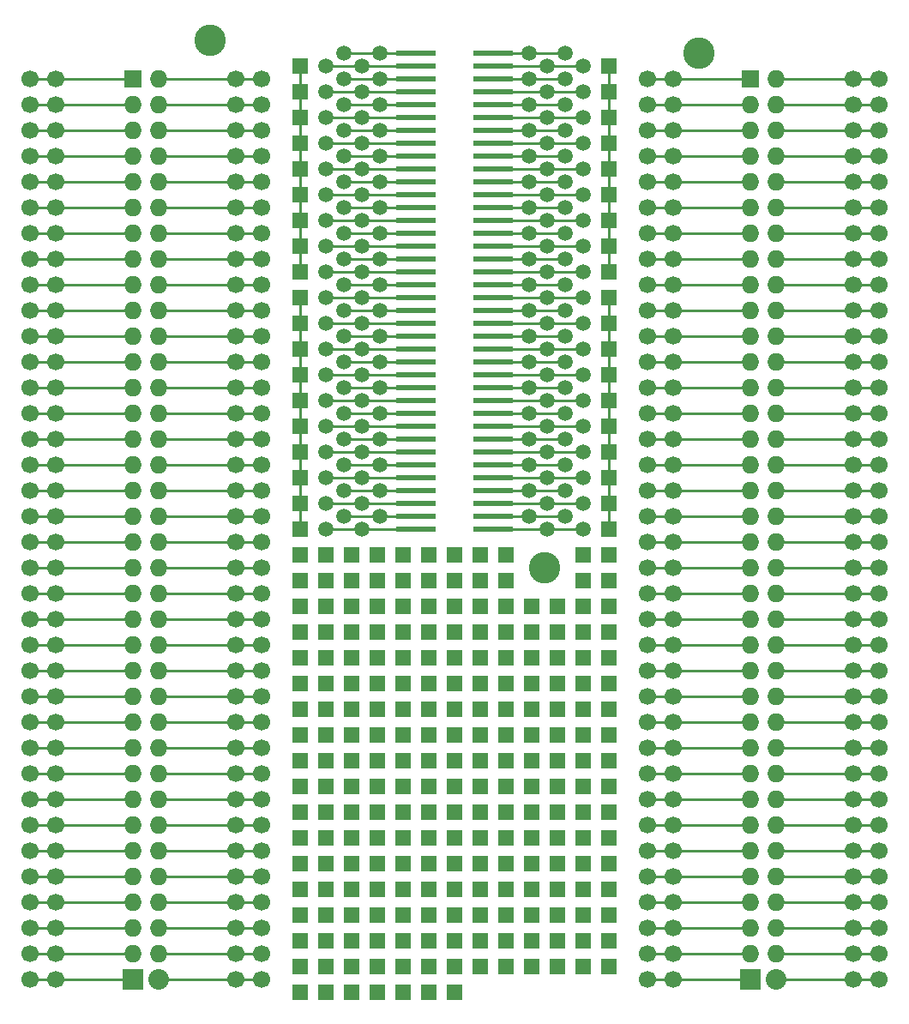
<source format=gtl>
G04 #@! TF.FileFunction,Copper,L1,Top,Signal*
%FSLAX46Y46*%
G04 Gerber Fmt 4.6, Leading zero omitted, Abs format (unit mm)*
G04 Created by KiCad (PCBNEW 4.0.0-2.201512062335+6193~38~ubuntu15.10.1-stable) date ti 19. tammikuuta 2016 16.11.54*
%MOMM*%
G01*
G04 APERTURE LIST*
%ADD10C,0.100000*%
%ADD11R,2.032000X2.032000*%
%ADD12O,2.032000X2.032000*%
%ADD13R,1.500000X1.500000*%
%ADD14R,4.000000X0.600000*%
%ADD15C,1.500000*%
%ADD16C,3.100000*%
%ADD17R,1.727200X1.727200*%
%ADD18O,1.727200X1.727200*%
%ADD19C,1.700000*%
%ADD20C,0.254000*%
G04 APERTURE END LIST*
D10*
D11*
X176784000Y-139192000D03*
D12*
X179324000Y-139192000D03*
D11*
X115824000Y-139192000D03*
D12*
X118364000Y-139192000D03*
D13*
X162814000Y-89662000D03*
X162814000Y-94742000D03*
X162814000Y-92202000D03*
X162814000Y-82042000D03*
X162814000Y-87122000D03*
X162814000Y-84582000D03*
X162814000Y-74422000D03*
X162814000Y-79502000D03*
X162814000Y-76962000D03*
X162814000Y-66802000D03*
X162814000Y-71882000D03*
X162814000Y-69342000D03*
X162814000Y-59182000D03*
X162814000Y-64262000D03*
X162814000Y-61722000D03*
X162814000Y-51562000D03*
X162814000Y-56642000D03*
X162814000Y-54102000D03*
X162814000Y-49022000D03*
X132334000Y-49022000D03*
X132334000Y-51562000D03*
X132334000Y-56642000D03*
X132334000Y-54102000D03*
X132334000Y-59182000D03*
X132334000Y-64262000D03*
X132334000Y-61722000D03*
X132334000Y-66802000D03*
X132334000Y-71882000D03*
X132334000Y-69342000D03*
X132334000Y-74422000D03*
X132334000Y-79502000D03*
X132334000Y-76962000D03*
X132334000Y-82042000D03*
X132334000Y-87122000D03*
X132334000Y-84582000D03*
X132334000Y-89662000D03*
X132334000Y-94742000D03*
X132334000Y-92202000D03*
X160274000Y-97282000D03*
X160274000Y-99822000D03*
X162814000Y-135382000D03*
X162814000Y-137922000D03*
X162814000Y-127762000D03*
X162814000Y-132842000D03*
X162814000Y-130302000D03*
X162814000Y-120142000D03*
X162814000Y-125222000D03*
X162814000Y-122682000D03*
X162814000Y-112522000D03*
X162814000Y-117602000D03*
X162814000Y-115062000D03*
X162814000Y-104902000D03*
X162814000Y-109982000D03*
X162814000Y-107442000D03*
X162814000Y-97282000D03*
X162814000Y-102362000D03*
X162814000Y-99822000D03*
X132334000Y-135382000D03*
X134874000Y-135382000D03*
X137414000Y-135382000D03*
X137414000Y-137922000D03*
X137414000Y-140462000D03*
X134874000Y-140462000D03*
X132334000Y-140462000D03*
X132334000Y-137922000D03*
X134874000Y-137922000D03*
X132334000Y-127762000D03*
X134874000Y-127762000D03*
X137414000Y-127762000D03*
X137414000Y-130302000D03*
X137414000Y-132842000D03*
X134874000Y-132842000D03*
X132334000Y-132842000D03*
X132334000Y-130302000D03*
X134874000Y-130302000D03*
X132334000Y-120142000D03*
X134874000Y-120142000D03*
X137414000Y-120142000D03*
X137414000Y-122682000D03*
X137414000Y-125222000D03*
X134874000Y-125222000D03*
X132334000Y-125222000D03*
X132334000Y-122682000D03*
X134874000Y-122682000D03*
X132334000Y-112522000D03*
X134874000Y-112522000D03*
X137414000Y-112522000D03*
X137414000Y-115062000D03*
X137414000Y-117602000D03*
X134874000Y-117602000D03*
X132334000Y-117602000D03*
X132334000Y-115062000D03*
X134874000Y-115062000D03*
X139954000Y-135382000D03*
X142494000Y-135382000D03*
X145034000Y-135382000D03*
X145034000Y-137922000D03*
X145034000Y-140462000D03*
X142494000Y-140462000D03*
X139954000Y-140462000D03*
X139954000Y-137922000D03*
X142494000Y-137922000D03*
X139954000Y-127762000D03*
X142494000Y-127762000D03*
X145034000Y-127762000D03*
X145034000Y-130302000D03*
X145034000Y-132842000D03*
X142494000Y-132842000D03*
X139954000Y-132842000D03*
X139954000Y-130302000D03*
X142494000Y-130302000D03*
X139954000Y-120142000D03*
X142494000Y-120142000D03*
X145034000Y-120142000D03*
X145034000Y-122682000D03*
X145034000Y-125222000D03*
X142494000Y-125222000D03*
X139954000Y-125222000D03*
X139954000Y-122682000D03*
X142494000Y-122682000D03*
X139954000Y-112522000D03*
X142494000Y-112522000D03*
X145034000Y-112522000D03*
X145034000Y-115062000D03*
X145034000Y-117602000D03*
X142494000Y-117602000D03*
X139954000Y-117602000D03*
X139954000Y-115062000D03*
X142494000Y-115062000D03*
X147574000Y-135382000D03*
X150114000Y-135382000D03*
X152654000Y-135382000D03*
X152654000Y-137922000D03*
X147574000Y-140462000D03*
X147574000Y-137922000D03*
X150114000Y-137922000D03*
X147574000Y-127762000D03*
X150114000Y-127762000D03*
X152654000Y-127762000D03*
X152654000Y-130302000D03*
X152654000Y-132842000D03*
X150114000Y-132842000D03*
X147574000Y-132842000D03*
X147574000Y-130302000D03*
X150114000Y-130302000D03*
X147574000Y-120142000D03*
X150114000Y-120142000D03*
X152654000Y-120142000D03*
X152654000Y-122682000D03*
X152654000Y-125222000D03*
X150114000Y-125222000D03*
X147574000Y-125222000D03*
X147574000Y-122682000D03*
X150114000Y-122682000D03*
X147574000Y-112522000D03*
X150114000Y-112522000D03*
X152654000Y-112522000D03*
X152654000Y-115062000D03*
X152654000Y-117602000D03*
X150114000Y-117602000D03*
X147574000Y-117602000D03*
X147574000Y-115062000D03*
X150114000Y-115062000D03*
X155194000Y-132842000D03*
X157734000Y-132842000D03*
X160274000Y-132842000D03*
X160274000Y-135382000D03*
X160274000Y-137922000D03*
X157734000Y-137922000D03*
X155194000Y-137922000D03*
X155194000Y-135382000D03*
X157734000Y-135382000D03*
X155194000Y-125222000D03*
X157734000Y-125222000D03*
X160274000Y-125222000D03*
X160274000Y-127762000D03*
X160274000Y-130302000D03*
X157734000Y-130302000D03*
X155194000Y-130302000D03*
X155194000Y-127762000D03*
X157734000Y-127762000D03*
X155194000Y-117602000D03*
X157734000Y-117602000D03*
X160274000Y-117602000D03*
X160274000Y-120142000D03*
X160274000Y-122682000D03*
X157734000Y-122682000D03*
X155194000Y-122682000D03*
X155194000Y-120142000D03*
X157734000Y-120142000D03*
X155194000Y-109982000D03*
X157734000Y-109982000D03*
X160274000Y-109982000D03*
X160274000Y-112522000D03*
X160274000Y-115062000D03*
X157734000Y-115062000D03*
X155194000Y-115062000D03*
X155194000Y-112522000D03*
X157734000Y-112522000D03*
X155194000Y-102362000D03*
X157734000Y-102362000D03*
X160274000Y-102362000D03*
X160274000Y-104902000D03*
X160274000Y-107442000D03*
X157734000Y-107442000D03*
X155194000Y-107442000D03*
X155194000Y-104902000D03*
X157734000Y-104902000D03*
X147574000Y-104902000D03*
X150114000Y-104902000D03*
X152654000Y-104902000D03*
X152654000Y-107442000D03*
X152654000Y-109982000D03*
X150114000Y-109982000D03*
X147574000Y-109982000D03*
X147574000Y-107442000D03*
X150114000Y-107442000D03*
X139954000Y-104902000D03*
X142494000Y-104902000D03*
X145034000Y-104902000D03*
X145034000Y-107442000D03*
X145034000Y-109982000D03*
X142494000Y-109982000D03*
X139954000Y-109982000D03*
X139954000Y-107442000D03*
X142494000Y-107442000D03*
X132334000Y-104902000D03*
X134874000Y-104902000D03*
X137414000Y-104902000D03*
X137414000Y-107442000D03*
X137414000Y-109982000D03*
X134874000Y-109982000D03*
X132334000Y-109982000D03*
X132334000Y-107442000D03*
X134874000Y-107442000D03*
X132334000Y-97282000D03*
X134874000Y-97282000D03*
X137414000Y-97282000D03*
X137414000Y-99822000D03*
X137414000Y-102362000D03*
X134874000Y-102362000D03*
X132334000Y-102362000D03*
X132334000Y-99822000D03*
X134874000Y-99822000D03*
X139954000Y-97282000D03*
X142494000Y-97282000D03*
X145034000Y-97282000D03*
X145034000Y-99822000D03*
X145034000Y-102362000D03*
X142494000Y-102362000D03*
X139954000Y-102362000D03*
X139954000Y-99822000D03*
X142494000Y-99822000D03*
D14*
X143764000Y-93472000D03*
X151384000Y-93472000D03*
X143764000Y-94742000D03*
X151384000Y-94742000D03*
D15*
X140208000Y-93472000D03*
X136652000Y-93472000D03*
X138430000Y-94742000D03*
X134874000Y-94742000D03*
X156718000Y-94742000D03*
X160274000Y-94742000D03*
X154940000Y-93472000D03*
X158496000Y-93472000D03*
D14*
X143764000Y-90932000D03*
X151384000Y-90932000D03*
X143764000Y-92202000D03*
X151384000Y-92202000D03*
D15*
X140208000Y-90932000D03*
X136652000Y-90932000D03*
X138430000Y-92202000D03*
X134874000Y-92202000D03*
X156718000Y-92202000D03*
X160274000Y-92202000D03*
X154940000Y-90932000D03*
X158496000Y-90932000D03*
D14*
X143764000Y-88392000D03*
X151384000Y-88392000D03*
X143764000Y-89662000D03*
X151384000Y-89662000D03*
D15*
X140208000Y-88392000D03*
X136652000Y-88392000D03*
X138430000Y-89662000D03*
X134874000Y-89662000D03*
X156718000Y-89662000D03*
X160274000Y-89662000D03*
X154940000Y-88392000D03*
X158496000Y-88392000D03*
D14*
X143764000Y-85852000D03*
X151384000Y-85852000D03*
X143764000Y-87122000D03*
X151384000Y-87122000D03*
D15*
X140208000Y-85852000D03*
X136652000Y-85852000D03*
X138430000Y-87122000D03*
X134874000Y-87122000D03*
X156718000Y-87122000D03*
X160274000Y-87122000D03*
X154940000Y-85852000D03*
X158496000Y-85852000D03*
D14*
X143764000Y-83312000D03*
X151384000Y-83312000D03*
X143764000Y-84582000D03*
X151384000Y-84582000D03*
D15*
X140208000Y-83312000D03*
X136652000Y-83312000D03*
X138430000Y-84582000D03*
X134874000Y-84582000D03*
X156718000Y-84582000D03*
X160274000Y-84582000D03*
X154940000Y-83312000D03*
X158496000Y-83312000D03*
D14*
X143764000Y-80772000D03*
X151384000Y-80772000D03*
X143764000Y-82042000D03*
X151384000Y-82042000D03*
D15*
X140208000Y-80772000D03*
X136652000Y-80772000D03*
X138430000Y-82042000D03*
X134874000Y-82042000D03*
X156718000Y-82042000D03*
X160274000Y-82042000D03*
X154940000Y-80772000D03*
X158496000Y-80772000D03*
D14*
X143764000Y-78232000D03*
X151384000Y-78232000D03*
X143764000Y-79502000D03*
X151384000Y-79502000D03*
D15*
X140208000Y-78232000D03*
X136652000Y-78232000D03*
X138430000Y-79502000D03*
X134874000Y-79502000D03*
X156718000Y-79502000D03*
X160274000Y-79502000D03*
X154940000Y-78232000D03*
X158496000Y-78232000D03*
D14*
X143764000Y-75692000D03*
X151384000Y-75692000D03*
X143764000Y-76962000D03*
X151384000Y-76962000D03*
D15*
X140208000Y-75692000D03*
X136652000Y-75692000D03*
X138430000Y-76962000D03*
X134874000Y-76962000D03*
X156718000Y-76962000D03*
X160274000Y-76962000D03*
X154940000Y-75692000D03*
X158496000Y-75692000D03*
D14*
X143764000Y-73152000D03*
X151384000Y-73152000D03*
X143764000Y-74422000D03*
X151384000Y-74422000D03*
D15*
X140208000Y-73152000D03*
X136652000Y-73152000D03*
X138430000Y-74422000D03*
X134874000Y-74422000D03*
X156718000Y-74422000D03*
X160274000Y-74422000D03*
X154940000Y-73152000D03*
X158496000Y-73152000D03*
D14*
X143764000Y-70612000D03*
X151384000Y-70612000D03*
X143764000Y-71882000D03*
X151384000Y-71882000D03*
D15*
X140208000Y-70612000D03*
X136652000Y-70612000D03*
X138430000Y-71882000D03*
X134874000Y-71882000D03*
X156718000Y-71882000D03*
X160274000Y-71882000D03*
X154940000Y-70612000D03*
X158496000Y-70612000D03*
D14*
X143764000Y-68072000D03*
X151384000Y-68072000D03*
X143764000Y-69342000D03*
X151384000Y-69342000D03*
D15*
X140208000Y-68072000D03*
X136652000Y-68072000D03*
X138430000Y-69342000D03*
X134874000Y-69342000D03*
X156718000Y-69342000D03*
X160274000Y-69342000D03*
X154940000Y-68072000D03*
X158496000Y-68072000D03*
D14*
X143764000Y-65532000D03*
X151384000Y-65532000D03*
X143764000Y-66802000D03*
X151384000Y-66802000D03*
D15*
X140208000Y-65532000D03*
X136652000Y-65532000D03*
X138430000Y-66802000D03*
X134874000Y-66802000D03*
X156718000Y-66802000D03*
X160274000Y-66802000D03*
X154940000Y-65532000D03*
X158496000Y-65532000D03*
D14*
X143764000Y-62992000D03*
X151384000Y-62992000D03*
X143764000Y-64262000D03*
X151384000Y-64262000D03*
D15*
X140208000Y-62992000D03*
X136652000Y-62992000D03*
X138430000Y-64262000D03*
X134874000Y-64262000D03*
X156718000Y-64262000D03*
X160274000Y-64262000D03*
X154940000Y-62992000D03*
X158496000Y-62992000D03*
D14*
X143764000Y-60452000D03*
X151384000Y-60452000D03*
X143764000Y-61722000D03*
X151384000Y-61722000D03*
D15*
X140208000Y-60452000D03*
X136652000Y-60452000D03*
X138430000Y-61722000D03*
X134874000Y-61722000D03*
X156718000Y-61722000D03*
X160274000Y-61722000D03*
X154940000Y-60452000D03*
X158496000Y-60452000D03*
D14*
X143764000Y-57912000D03*
X151384000Y-57912000D03*
X143764000Y-59182000D03*
X151384000Y-59182000D03*
D15*
X140208000Y-57912000D03*
X136652000Y-57912000D03*
X138430000Y-59182000D03*
X134874000Y-59182000D03*
X156718000Y-59182000D03*
X160274000Y-59182000D03*
X154940000Y-57912000D03*
X158496000Y-57912000D03*
D14*
X143764000Y-55372000D03*
X151384000Y-55372000D03*
X143764000Y-56642000D03*
X151384000Y-56642000D03*
D15*
X140208000Y-55372000D03*
X136652000Y-55372000D03*
X138430000Y-56642000D03*
X134874000Y-56642000D03*
X156718000Y-56642000D03*
X160274000Y-56642000D03*
X154940000Y-55372000D03*
X158496000Y-55372000D03*
D14*
X143764000Y-52832000D03*
X151384000Y-52832000D03*
X143764000Y-54102000D03*
X151384000Y-54102000D03*
D15*
X140208000Y-52832000D03*
X136652000Y-52832000D03*
X138430000Y-54102000D03*
X134874000Y-54102000D03*
X156718000Y-54102000D03*
X160274000Y-54102000D03*
X154940000Y-52832000D03*
X158496000Y-52832000D03*
D14*
X143764000Y-50292000D03*
X151384000Y-50292000D03*
X143764000Y-51562000D03*
X151384000Y-51562000D03*
D15*
X140208000Y-50292000D03*
X136652000Y-50292000D03*
X138430000Y-51562000D03*
X134874000Y-51562000D03*
X156718000Y-51562000D03*
X160274000Y-51562000D03*
X154940000Y-50292000D03*
X158496000Y-50292000D03*
D16*
X156464000Y-98552000D03*
X123444000Y-46482000D03*
D17*
X115824000Y-50292000D03*
D18*
X118364000Y-50292000D03*
X115824000Y-52832000D03*
X118364000Y-52832000D03*
X115824000Y-55372000D03*
X118364000Y-55372000D03*
X115824000Y-57912000D03*
X118364000Y-57912000D03*
X115824000Y-60452000D03*
X118364000Y-60452000D03*
X115824000Y-62992000D03*
X118364000Y-62992000D03*
X115824000Y-65532000D03*
X118364000Y-65532000D03*
X115824000Y-68072000D03*
X118364000Y-68072000D03*
X115824000Y-70612000D03*
X118364000Y-70612000D03*
X115824000Y-73152000D03*
X118364000Y-73152000D03*
X115824000Y-75692000D03*
X118364000Y-75692000D03*
X115824000Y-78232000D03*
X118364000Y-78232000D03*
X115824000Y-80772000D03*
X118364000Y-80772000D03*
X115824000Y-83312000D03*
X118364000Y-83312000D03*
X115824000Y-85852000D03*
X118364000Y-85852000D03*
X115824000Y-88392000D03*
X118364000Y-88392000D03*
X115824000Y-90932000D03*
X118364000Y-90932000D03*
X115824000Y-93472000D03*
X118364000Y-93472000D03*
X115824000Y-96012000D03*
X118364000Y-96012000D03*
X115824000Y-98552000D03*
X118364000Y-98552000D03*
X115824000Y-101092000D03*
X118364000Y-101092000D03*
X115824000Y-103632000D03*
X118364000Y-103632000D03*
X115824000Y-106172000D03*
X118364000Y-106172000D03*
X115824000Y-108712000D03*
X118364000Y-108712000D03*
X115824000Y-111252000D03*
X118364000Y-111252000D03*
X115824000Y-113792000D03*
X118364000Y-113792000D03*
X115824000Y-116332000D03*
X118364000Y-116332000D03*
X115824000Y-118872000D03*
X118364000Y-118872000D03*
X115824000Y-121412000D03*
X118364000Y-121412000D03*
X115824000Y-123952000D03*
X118364000Y-123952000D03*
X115824000Y-126492000D03*
X118364000Y-126492000D03*
X115824000Y-129032000D03*
X118364000Y-129032000D03*
X115824000Y-131572000D03*
X118364000Y-131572000D03*
X115824000Y-134112000D03*
X118364000Y-134112000D03*
X115824000Y-136652000D03*
X118364000Y-136652000D03*
D17*
X176784000Y-50292000D03*
D18*
X179324000Y-50292000D03*
X176784000Y-52832000D03*
X179324000Y-52832000D03*
X176784000Y-55372000D03*
X179324000Y-55372000D03*
X176784000Y-57912000D03*
X179324000Y-57912000D03*
X176784000Y-60452000D03*
X179324000Y-60452000D03*
X176784000Y-62992000D03*
X179324000Y-62992000D03*
X176784000Y-65532000D03*
X179324000Y-65532000D03*
X176784000Y-68072000D03*
X179324000Y-68072000D03*
X176784000Y-70612000D03*
X179324000Y-70612000D03*
X176784000Y-73152000D03*
X179324000Y-73152000D03*
X176784000Y-75692000D03*
X179324000Y-75692000D03*
X176784000Y-78232000D03*
X179324000Y-78232000D03*
X176784000Y-80772000D03*
X179324000Y-80772000D03*
X176784000Y-83312000D03*
X179324000Y-83312000D03*
X176784000Y-85852000D03*
X179324000Y-85852000D03*
X176784000Y-88392000D03*
X179324000Y-88392000D03*
X176784000Y-90932000D03*
X179324000Y-90932000D03*
X176784000Y-93472000D03*
X179324000Y-93472000D03*
X176784000Y-96012000D03*
X179324000Y-96012000D03*
X176784000Y-98552000D03*
X179324000Y-98552000D03*
X176784000Y-101092000D03*
X179324000Y-101092000D03*
X176784000Y-103632000D03*
X179324000Y-103632000D03*
X176784000Y-106172000D03*
X179324000Y-106172000D03*
X176784000Y-108712000D03*
X179324000Y-108712000D03*
X176784000Y-111252000D03*
X179324000Y-111252000D03*
X176784000Y-113792000D03*
X179324000Y-113792000D03*
X176784000Y-116332000D03*
X179324000Y-116332000D03*
X176784000Y-118872000D03*
X179324000Y-118872000D03*
X176784000Y-121412000D03*
X179324000Y-121412000D03*
X176784000Y-123952000D03*
X179324000Y-123952000D03*
X176784000Y-126492000D03*
X179324000Y-126492000D03*
X176784000Y-129032000D03*
X179324000Y-129032000D03*
X176784000Y-131572000D03*
X179324000Y-131572000D03*
X176784000Y-134112000D03*
X179324000Y-134112000D03*
X176784000Y-136652000D03*
X179324000Y-136652000D03*
D19*
X105664000Y-50292000D03*
X108204000Y-50292000D03*
X105664000Y-52832000D03*
X108204000Y-52832000D03*
X105664000Y-55372000D03*
X108204000Y-55372000D03*
X105664000Y-57912000D03*
X108204000Y-57912000D03*
X105664000Y-60452000D03*
X108204000Y-60452000D03*
X105664000Y-62992000D03*
X108204000Y-62992000D03*
X105664000Y-65532000D03*
X108204000Y-65532000D03*
X105664000Y-68072000D03*
X108204000Y-68072000D03*
X105664000Y-70612000D03*
X108204000Y-70612000D03*
X105664000Y-73152000D03*
X108204000Y-73152000D03*
X105664000Y-75692000D03*
X108204000Y-75692000D03*
X105664000Y-78232000D03*
X108204000Y-78232000D03*
X105664000Y-80772000D03*
X108204000Y-80772000D03*
X105664000Y-83312000D03*
X108204000Y-83312000D03*
X105664000Y-85852000D03*
X108204000Y-85852000D03*
X105664000Y-88392000D03*
X108204000Y-88392000D03*
X105664000Y-90932000D03*
X108204000Y-90932000D03*
X105664000Y-93472000D03*
X108204000Y-93472000D03*
X105664000Y-96012000D03*
X108204000Y-96012000D03*
X105664000Y-98552000D03*
X108204000Y-98552000D03*
X105664000Y-101092000D03*
X108204000Y-101092000D03*
X105664000Y-103632000D03*
X108204000Y-103632000D03*
X105664000Y-106172000D03*
X108204000Y-106172000D03*
X105664000Y-108712000D03*
X108204000Y-108712000D03*
X105664000Y-111252000D03*
X108204000Y-111252000D03*
X105664000Y-113792000D03*
X108204000Y-113792000D03*
X105664000Y-116332000D03*
X108204000Y-116332000D03*
X105664000Y-118872000D03*
X108204000Y-118872000D03*
X105664000Y-121412000D03*
X108204000Y-121412000D03*
X105664000Y-123952000D03*
X108204000Y-123952000D03*
X105664000Y-126492000D03*
X108204000Y-126492000D03*
X105664000Y-129032000D03*
X108204000Y-129032000D03*
X105664000Y-131572000D03*
X108204000Y-131572000D03*
X105664000Y-134112000D03*
X108204000Y-134112000D03*
X105664000Y-136652000D03*
X108204000Y-136652000D03*
X128524000Y-50292000D03*
X125984000Y-50292000D03*
X128524000Y-52832000D03*
X125984000Y-52832000D03*
X128524000Y-55372000D03*
X125984000Y-55372000D03*
X128524000Y-57912000D03*
X125984000Y-57912000D03*
X128524000Y-60452000D03*
X125984000Y-60452000D03*
X128524000Y-62992000D03*
X125984000Y-62992000D03*
X128524000Y-65532000D03*
X125984000Y-65532000D03*
X128524000Y-68072000D03*
X125984000Y-68072000D03*
X128524000Y-70612000D03*
X125984000Y-70612000D03*
X128524000Y-73152000D03*
X125984000Y-73152000D03*
X128524000Y-75692000D03*
X125984000Y-75692000D03*
X128524000Y-78232000D03*
X125984000Y-78232000D03*
X128524000Y-80772000D03*
X125984000Y-80772000D03*
X128524000Y-83312000D03*
X125984000Y-83312000D03*
X128524000Y-85852000D03*
X125984000Y-85852000D03*
X128524000Y-88392000D03*
X125984000Y-88392000D03*
X128524000Y-90932000D03*
X125984000Y-90932000D03*
X128524000Y-93472000D03*
X125984000Y-93472000D03*
X128524000Y-96012000D03*
X125984000Y-96012000D03*
X128524000Y-98552000D03*
X125984000Y-98552000D03*
X128524000Y-101092000D03*
X125984000Y-101092000D03*
X128524000Y-103632000D03*
X125984000Y-103632000D03*
X128524000Y-106172000D03*
X125984000Y-106172000D03*
X128524000Y-108712000D03*
X125984000Y-108712000D03*
X128524000Y-111252000D03*
X125984000Y-111252000D03*
X128524000Y-113792000D03*
X125984000Y-113792000D03*
X128524000Y-116332000D03*
X125984000Y-116332000D03*
X128524000Y-118872000D03*
X125984000Y-118872000D03*
X128524000Y-121412000D03*
X125984000Y-121412000D03*
X128524000Y-123952000D03*
X125984000Y-123952000D03*
X128524000Y-126492000D03*
X125984000Y-126492000D03*
X128524000Y-129032000D03*
X125984000Y-129032000D03*
X128524000Y-131572000D03*
X125984000Y-131572000D03*
X128524000Y-134112000D03*
X125984000Y-134112000D03*
X128524000Y-136652000D03*
X125984000Y-136652000D03*
X166624000Y-50292000D03*
X169164000Y-50292000D03*
X166624000Y-52832000D03*
X169164000Y-52832000D03*
X166624000Y-55372000D03*
X169164000Y-55372000D03*
X166624000Y-57912000D03*
X169164000Y-57912000D03*
X166624000Y-60452000D03*
X169164000Y-60452000D03*
X166624000Y-62992000D03*
X169164000Y-62992000D03*
X166624000Y-65532000D03*
X169164000Y-65532000D03*
X166624000Y-68072000D03*
X169164000Y-68072000D03*
X166624000Y-70612000D03*
X169164000Y-70612000D03*
X166624000Y-73152000D03*
X169164000Y-73152000D03*
X166624000Y-75692000D03*
X169164000Y-75692000D03*
X166624000Y-78232000D03*
X169164000Y-78232000D03*
X166624000Y-80772000D03*
X169164000Y-80772000D03*
X166624000Y-83312000D03*
X169164000Y-83312000D03*
X166624000Y-85852000D03*
X169164000Y-85852000D03*
X166624000Y-88392000D03*
X169164000Y-88392000D03*
X166624000Y-90932000D03*
X169164000Y-90932000D03*
X166624000Y-93472000D03*
X169164000Y-93472000D03*
X166624000Y-96012000D03*
X169164000Y-96012000D03*
X166624000Y-98552000D03*
X169164000Y-98552000D03*
X166624000Y-101092000D03*
X169164000Y-101092000D03*
X166624000Y-103632000D03*
X169164000Y-103632000D03*
X166624000Y-106172000D03*
X169164000Y-106172000D03*
X166624000Y-108712000D03*
X169164000Y-108712000D03*
X166624000Y-111252000D03*
X169164000Y-111252000D03*
X166624000Y-113792000D03*
X169164000Y-113792000D03*
X166624000Y-116332000D03*
X169164000Y-116332000D03*
X166624000Y-118872000D03*
X169164000Y-118872000D03*
X166624000Y-121412000D03*
X169164000Y-121412000D03*
X166624000Y-123952000D03*
X169164000Y-123952000D03*
X166624000Y-126492000D03*
X169164000Y-126492000D03*
X166624000Y-129032000D03*
X169164000Y-129032000D03*
X166624000Y-131572000D03*
X169164000Y-131572000D03*
X166624000Y-134112000D03*
X169164000Y-134112000D03*
X166624000Y-136652000D03*
X169164000Y-136652000D03*
X189484000Y-50292000D03*
X186944000Y-50292000D03*
X189484000Y-52832000D03*
X186944000Y-52832000D03*
X189484000Y-55372000D03*
X186944000Y-55372000D03*
X189484000Y-57912000D03*
X186944000Y-57912000D03*
X189484000Y-60452000D03*
X186944000Y-60452000D03*
X189484000Y-62992000D03*
X186944000Y-62992000D03*
X189484000Y-65532000D03*
X186944000Y-65532000D03*
X189484000Y-68072000D03*
X186944000Y-68072000D03*
X189484000Y-70612000D03*
X186944000Y-70612000D03*
X189484000Y-73152000D03*
X186944000Y-73152000D03*
X189484000Y-75692000D03*
X186944000Y-75692000D03*
X189484000Y-78232000D03*
X186944000Y-78232000D03*
X189484000Y-80772000D03*
X186944000Y-80772000D03*
X189484000Y-83312000D03*
X186944000Y-83312000D03*
X189484000Y-85852000D03*
X186944000Y-85852000D03*
X189484000Y-88392000D03*
X186944000Y-88392000D03*
X189484000Y-90932000D03*
X186944000Y-90932000D03*
X189484000Y-93472000D03*
X186944000Y-93472000D03*
X189484000Y-96012000D03*
X186944000Y-96012000D03*
X189484000Y-98552000D03*
X186944000Y-98552000D03*
X189484000Y-101092000D03*
X186944000Y-101092000D03*
X189484000Y-103632000D03*
X186944000Y-103632000D03*
X189484000Y-106172000D03*
X186944000Y-106172000D03*
X189484000Y-108712000D03*
X186944000Y-108712000D03*
X189484000Y-111252000D03*
X186944000Y-111252000D03*
X189484000Y-113792000D03*
X186944000Y-113792000D03*
X189484000Y-116332000D03*
X186944000Y-116332000D03*
X189484000Y-118872000D03*
X186944000Y-118872000D03*
X189484000Y-121412000D03*
X186944000Y-121412000D03*
X189484000Y-123952000D03*
X186944000Y-123952000D03*
X189484000Y-126492000D03*
X186944000Y-126492000D03*
X189484000Y-129032000D03*
X186944000Y-129032000D03*
X189484000Y-131572000D03*
X186944000Y-131572000D03*
X189484000Y-134112000D03*
X186944000Y-134112000D03*
X189484000Y-136652000D03*
X186944000Y-136652000D03*
X105664000Y-139192000D03*
X108204000Y-139192000D03*
X128524000Y-139192000D03*
X125984000Y-139192000D03*
X166624000Y-139192000D03*
X169164000Y-139192000D03*
X189484000Y-139192000D03*
X186944000Y-139192000D03*
D16*
X171704000Y-47752000D03*
D14*
X143764000Y-47752000D03*
X151384000Y-47752000D03*
X143764000Y-49022000D03*
X151384000Y-49022000D03*
D15*
X140208000Y-47752000D03*
X136652000Y-47752000D03*
X138430000Y-49022000D03*
X134874000Y-49022000D03*
X156718000Y-49022000D03*
X160274000Y-49022000D03*
X154940000Y-47752000D03*
X158496000Y-47752000D03*
D13*
X147574000Y-97282000D03*
X150114000Y-97282000D03*
X152654000Y-97282000D03*
X152654000Y-99822000D03*
X152654000Y-102362000D03*
X150114000Y-102362000D03*
X147574000Y-102362000D03*
X147574000Y-99822000D03*
X150114000Y-99822000D03*
D20*
X162814000Y-94742000D02*
X162814000Y-71882000D01*
X132334000Y-71882000D02*
X132334000Y-94742000D01*
X162814000Y-49022000D02*
X162814000Y-69342000D01*
X132334000Y-49022000D02*
X132334000Y-69342000D01*
X151384000Y-47752000D02*
X158496000Y-47752000D01*
X151384000Y-49022000D02*
X160274000Y-49022000D01*
X151384000Y-50292000D02*
X158496000Y-50292000D01*
X151384000Y-51562000D02*
X160274000Y-51562000D01*
X151384000Y-52832000D02*
X158496000Y-52832000D01*
X151384000Y-54102000D02*
X160274000Y-54102000D01*
X151384000Y-55372000D02*
X158496000Y-55372000D01*
X151384000Y-56642000D02*
X160274000Y-56642000D01*
X151384000Y-57912000D02*
X158496000Y-57912000D01*
X151384000Y-59182000D02*
X160274000Y-59182000D01*
X151384000Y-60452000D02*
X158496000Y-60452000D01*
X151384000Y-61722000D02*
X160274000Y-61722000D01*
X151384000Y-62992000D02*
X158496000Y-62992000D01*
X151384000Y-64262000D02*
X160274000Y-64262000D01*
X151384000Y-65532000D02*
X158496000Y-65532000D01*
X151384000Y-66802000D02*
X160274000Y-66802000D01*
X151384000Y-68072000D02*
X158496000Y-68072000D01*
X151384000Y-69342000D02*
X160274000Y-69342000D01*
X151384000Y-70612000D02*
X158496000Y-70612000D01*
X151384000Y-71882000D02*
X159004000Y-71882000D01*
X159004000Y-71882000D02*
X160274000Y-71882000D01*
X151384000Y-73152000D02*
X158496000Y-73152000D01*
X151384000Y-74422000D02*
X160274000Y-74422000D01*
X151384000Y-75692000D02*
X158496000Y-75692000D01*
X151384000Y-76962000D02*
X160274000Y-76962000D01*
X151384000Y-78232000D02*
X158496000Y-78232000D01*
X151384000Y-79502000D02*
X160274000Y-79502000D01*
X151384000Y-80772000D02*
X158496000Y-80772000D01*
X151384000Y-82042000D02*
X160274000Y-82042000D01*
X151384000Y-83312000D02*
X158496000Y-83312000D01*
X151384000Y-84582000D02*
X160274000Y-84582000D01*
X151384000Y-85852000D02*
X158496000Y-85852000D01*
X151384000Y-87122000D02*
X160274000Y-87122000D01*
X151384000Y-88392000D02*
X158496000Y-88392000D01*
X151384000Y-89662000D02*
X160274000Y-89662000D01*
X151384000Y-90932000D02*
X158496000Y-90932000D01*
X151384000Y-92202000D02*
X160274000Y-92202000D01*
X151384000Y-93472000D02*
X158496000Y-93472000D01*
X151384000Y-94742000D02*
X160274000Y-94742000D01*
X134874000Y-94742000D02*
X143764000Y-94742000D01*
X136652000Y-93472000D02*
X143764000Y-93472000D01*
X134874000Y-92202000D02*
X143764000Y-92202000D01*
X136652000Y-90932000D02*
X143764000Y-90932000D01*
X134874000Y-89662000D02*
X143764000Y-89662000D01*
X136652000Y-88392000D02*
X143764000Y-88392000D01*
X134874000Y-87122000D02*
X143764000Y-87122000D01*
X136652000Y-85852000D02*
X143764000Y-85852000D01*
X134874000Y-84582000D02*
X143764000Y-84582000D01*
X136652000Y-83312000D02*
X143764000Y-83312000D01*
X134874000Y-82042000D02*
X143764000Y-82042000D01*
X136652000Y-80772000D02*
X143764000Y-80772000D01*
X134874000Y-79502000D02*
X143764000Y-79502000D01*
X136652000Y-78232000D02*
X143764000Y-78232000D01*
X134874000Y-76962000D02*
X143764000Y-76962000D01*
X136652000Y-75692000D02*
X143764000Y-75692000D01*
X134874000Y-74422000D02*
X145034000Y-74422000D01*
X145034000Y-74422000D02*
X143764000Y-74422000D01*
X136652000Y-73152000D02*
X143764000Y-73152000D01*
X134874000Y-71882000D02*
X143764000Y-71882000D01*
X136652000Y-70612000D02*
X143764000Y-70612000D01*
X134874000Y-69342000D02*
X143764000Y-69342000D01*
X136652000Y-68072000D02*
X143764000Y-68072000D01*
X134874000Y-66802000D02*
X143764000Y-66802000D01*
X136652000Y-65532000D02*
X143764000Y-65532000D01*
X134874000Y-64262000D02*
X143764000Y-64262000D01*
X136652000Y-62992000D02*
X143764000Y-62992000D01*
X134874000Y-61722000D02*
X143764000Y-61722000D01*
X136652000Y-60452000D02*
X143764000Y-60452000D01*
X134874000Y-59182000D02*
X143764000Y-59182000D01*
X136652000Y-57912000D02*
X143764000Y-57912000D01*
X134874000Y-56642000D02*
X143764000Y-56642000D01*
X136652000Y-55372000D02*
X143764000Y-55372000D01*
X134874000Y-54102000D02*
X143764000Y-54102000D01*
X136652000Y-52832000D02*
X143764000Y-52832000D01*
X134874000Y-51562000D02*
X143764000Y-51562000D01*
X136652000Y-50292000D02*
X143764000Y-50292000D01*
X134874000Y-49022000D02*
X143764000Y-49022000D01*
X136652000Y-47752000D02*
X142494000Y-47752000D01*
X142494000Y-47752000D02*
X143764000Y-47752000D01*
X105664000Y-50292000D02*
X108204000Y-50292000D01*
X108204000Y-50292000D02*
X115824000Y-50292000D01*
X118364000Y-50292000D02*
X125984000Y-50292000D01*
X125984000Y-50292000D02*
X128524000Y-50292000D01*
X105664000Y-52832000D02*
X108204000Y-52832000D01*
X108204000Y-52832000D02*
X115824000Y-52832000D01*
X118364000Y-52832000D02*
X125984000Y-52832000D01*
X125984000Y-52832000D02*
X128524000Y-52832000D01*
X105664000Y-55372000D02*
X108204000Y-55372000D01*
X108204000Y-55372000D02*
X115824000Y-55372000D01*
X118364000Y-55372000D02*
X125984000Y-55372000D01*
X125984000Y-55372000D02*
X128524000Y-55372000D01*
X105664000Y-57912000D02*
X108204000Y-57912000D01*
X108204000Y-57912000D02*
X115824000Y-57912000D01*
X179324000Y-73152000D02*
X186944000Y-73152000D01*
X186944000Y-73152000D02*
X189484000Y-73152000D01*
X179324000Y-116332000D02*
X186944000Y-116332000D01*
X186944000Y-116332000D02*
X189484000Y-116332000D01*
X179324000Y-139192000D02*
X186944000Y-139192000D01*
X186944000Y-139192000D02*
X189484000Y-139192000D01*
X166624000Y-139192000D02*
X169164000Y-139192000D01*
X169164000Y-139192000D02*
X176784000Y-139192000D01*
X166624000Y-129032000D02*
X169164000Y-129032000D01*
X169164000Y-129032000D02*
X176784000Y-129032000D01*
X166624000Y-98552000D02*
X169164000Y-98552000D01*
X169164000Y-98552000D02*
X176784000Y-98552000D01*
X166624000Y-60452000D02*
X169164000Y-60452000D01*
X169164000Y-60452000D02*
X176784000Y-60452000D01*
X118364000Y-57912000D02*
X125984000Y-57912000D01*
X125984000Y-57912000D02*
X128524000Y-57912000D01*
X125984000Y-73152000D02*
X128524000Y-73152000D01*
X118364000Y-73152000D02*
X125984000Y-73152000D01*
X118364000Y-75692000D02*
X125984000Y-75692000D01*
X125984000Y-75692000D02*
X128524000Y-75692000D01*
X118364000Y-123952000D02*
X125984000Y-123952000D01*
X125984000Y-123952000D02*
X128524000Y-123952000D01*
X118364000Y-139192000D02*
X125984000Y-139192000D01*
X125984000Y-139192000D02*
X128524000Y-139192000D01*
X105664000Y-139192000D02*
X108204000Y-139192000D01*
X108204000Y-139192000D02*
X115824000Y-139192000D01*
X105664000Y-111252000D02*
X108204000Y-111252000D01*
X108204000Y-111252000D02*
X115824000Y-111252000D01*
X105664000Y-73152000D02*
X108204000Y-73152000D01*
X108204000Y-73152000D02*
X115824000Y-73152000D01*
X105664000Y-60452000D02*
X108204000Y-60452000D01*
X108204000Y-60452000D02*
X115824000Y-60452000D01*
X118364000Y-60452000D02*
X125984000Y-60452000D01*
X125984000Y-60452000D02*
X128524000Y-60452000D01*
X105664000Y-62992000D02*
X108204000Y-62992000D01*
X108204000Y-62992000D02*
X115824000Y-62992000D01*
X118364000Y-62992000D02*
X125984000Y-62992000D01*
X125984000Y-62992000D02*
X128524000Y-62992000D01*
X105664000Y-65532000D02*
X108204000Y-65532000D01*
X108204000Y-65532000D02*
X115824000Y-65532000D01*
X118364000Y-65532000D02*
X125984000Y-65532000D01*
X125984000Y-65532000D02*
X128524000Y-65532000D01*
X105664000Y-68072000D02*
X108204000Y-68072000D01*
X108204000Y-68072000D02*
X115824000Y-68072000D01*
X118364000Y-68072000D02*
X125984000Y-68072000D01*
X125984000Y-68072000D02*
X128524000Y-68072000D01*
X105664000Y-70612000D02*
X108204000Y-70612000D01*
X108204000Y-70612000D02*
X115824000Y-70612000D01*
X118364000Y-70612000D02*
X125984000Y-70612000D01*
X125984000Y-70612000D02*
X128524000Y-70612000D01*
X105664000Y-75692000D02*
X108204000Y-75692000D01*
X108204000Y-75692000D02*
X115824000Y-75692000D01*
X105664000Y-78232000D02*
X108204000Y-78232000D01*
X108204000Y-78232000D02*
X115824000Y-78232000D01*
X118364000Y-78232000D02*
X125984000Y-78232000D01*
X125984000Y-78232000D02*
X128524000Y-78232000D01*
X105664000Y-80772000D02*
X108204000Y-80772000D01*
X108204000Y-80772000D02*
X115824000Y-80772000D01*
X118364000Y-80772000D02*
X125984000Y-80772000D01*
X125984000Y-80772000D02*
X128524000Y-80772000D01*
X105664000Y-83312000D02*
X108204000Y-83312000D01*
X108204000Y-83312000D02*
X115824000Y-83312000D01*
X118364000Y-83312000D02*
X125984000Y-83312000D01*
X125984000Y-83312000D02*
X128524000Y-83312000D01*
X105664000Y-85852000D02*
X108204000Y-85852000D01*
X108204000Y-85852000D02*
X115824000Y-85852000D01*
X118364000Y-85852000D02*
X125984000Y-85852000D01*
X125984000Y-85852000D02*
X128524000Y-85852000D01*
X105664000Y-88392000D02*
X108204000Y-88392000D01*
X108204000Y-88392000D02*
X115824000Y-88392000D01*
X118364000Y-88392000D02*
X125984000Y-88392000D01*
X125984000Y-88392000D02*
X128524000Y-88392000D01*
X105664000Y-90932000D02*
X108204000Y-90932000D01*
X108204000Y-90932000D02*
X115824000Y-90932000D01*
X118364000Y-90932000D02*
X125984000Y-90932000D01*
X125984000Y-90932000D02*
X128524000Y-90932000D01*
X105664000Y-93472000D02*
X108204000Y-93472000D01*
X108204000Y-93472000D02*
X115824000Y-93472000D01*
X118364000Y-93472000D02*
X125984000Y-93472000D01*
X125984000Y-93472000D02*
X128524000Y-93472000D01*
X105664000Y-96012000D02*
X108204000Y-96012000D01*
X108204000Y-96012000D02*
X115824000Y-96012000D01*
X118364000Y-96012000D02*
X125984000Y-96012000D01*
X125984000Y-96012000D02*
X128524000Y-96012000D01*
X105664000Y-98552000D02*
X108204000Y-98552000D01*
X108204000Y-98552000D02*
X115824000Y-98552000D01*
X118364000Y-98552000D02*
X125984000Y-98552000D01*
X125984000Y-98552000D02*
X128524000Y-98552000D01*
X105664000Y-101092000D02*
X108204000Y-101092000D01*
X108204000Y-101092000D02*
X115824000Y-101092000D01*
X118364000Y-101092000D02*
X125984000Y-101092000D01*
X125984000Y-101092000D02*
X128524000Y-101092000D01*
X105664000Y-103632000D02*
X108204000Y-103632000D01*
X108204000Y-103632000D02*
X115824000Y-103632000D01*
X118364000Y-103632000D02*
X125984000Y-103632000D01*
X125984000Y-103632000D02*
X128524000Y-103632000D01*
X105664000Y-106172000D02*
X108204000Y-106172000D01*
X108204000Y-106172000D02*
X115824000Y-106172000D01*
X118364000Y-106172000D02*
X125984000Y-106172000D01*
X125984000Y-106172000D02*
X128524000Y-106172000D01*
X105664000Y-108712000D02*
X108204000Y-108712000D01*
X108204000Y-108712000D02*
X115824000Y-108712000D01*
X118364000Y-108712000D02*
X125984000Y-108712000D01*
X125984000Y-108712000D02*
X128524000Y-108712000D01*
X118364000Y-111252000D02*
X125984000Y-111252000D01*
X125984000Y-111252000D02*
X128524000Y-111252000D01*
X105664000Y-113792000D02*
X108204000Y-113792000D01*
X108204000Y-113792000D02*
X115824000Y-113792000D01*
X118364000Y-113792000D02*
X125984000Y-113792000D01*
X125984000Y-113792000D02*
X128524000Y-113792000D01*
X105664000Y-116332000D02*
X108204000Y-116332000D01*
X108204000Y-116332000D02*
X115824000Y-116332000D01*
X118364000Y-116332000D02*
X125984000Y-116332000D01*
X125984000Y-116332000D02*
X128524000Y-116332000D01*
X105664000Y-118872000D02*
X108204000Y-118872000D01*
X108204000Y-118872000D02*
X115824000Y-118872000D01*
X118364000Y-118872000D02*
X125984000Y-118872000D01*
X125984000Y-118872000D02*
X128524000Y-118872000D01*
X105664000Y-121412000D02*
X108204000Y-121412000D01*
X108204000Y-121412000D02*
X115824000Y-121412000D01*
X118364000Y-121412000D02*
X125984000Y-121412000D01*
X125984000Y-121412000D02*
X128524000Y-121412000D01*
X105664000Y-123952000D02*
X108204000Y-123952000D01*
X108204000Y-123952000D02*
X115824000Y-123952000D01*
X105664000Y-126492000D02*
X108204000Y-126492000D01*
X108204000Y-126492000D02*
X115824000Y-126492000D01*
X118364000Y-126492000D02*
X125984000Y-126492000D01*
X125984000Y-126492000D02*
X128524000Y-126492000D01*
X105664000Y-129032000D02*
X108204000Y-129032000D01*
X108204000Y-129032000D02*
X115824000Y-129032000D01*
X118364000Y-129032000D02*
X125984000Y-129032000D01*
X125984000Y-129032000D02*
X128524000Y-129032000D01*
X105664000Y-131572000D02*
X108204000Y-131572000D01*
X108204000Y-131572000D02*
X115824000Y-131572000D01*
X118364000Y-131572000D02*
X125984000Y-131572000D01*
X125984000Y-131572000D02*
X128524000Y-131572000D01*
X105664000Y-134112000D02*
X108204000Y-134112000D01*
X108204000Y-134112000D02*
X115824000Y-134112000D01*
X118364000Y-134112000D02*
X125984000Y-134112000D01*
X125984000Y-134112000D02*
X128524000Y-134112000D01*
X105664000Y-136652000D02*
X108204000Y-136652000D01*
X108204000Y-136652000D02*
X115824000Y-136652000D01*
X118364000Y-136652000D02*
X125984000Y-136652000D01*
X125984000Y-136652000D02*
X128524000Y-136652000D01*
X166624000Y-50292000D02*
X169164000Y-50292000D01*
X169164000Y-50292000D02*
X176784000Y-50292000D01*
X179324000Y-50292000D02*
X186944000Y-50292000D01*
X186944000Y-50292000D02*
X189484000Y-50292000D01*
X166624000Y-52832000D02*
X169164000Y-52832000D01*
X169164000Y-52832000D02*
X176784000Y-52832000D01*
X179324000Y-52832000D02*
X186944000Y-52832000D01*
X186944000Y-52832000D02*
X189484000Y-52832000D01*
X166624000Y-55372000D02*
X169164000Y-55372000D01*
X169164000Y-55372000D02*
X176784000Y-55372000D01*
X179324000Y-55372000D02*
X186944000Y-55372000D01*
X186944000Y-55372000D02*
X189484000Y-55372000D01*
X166624000Y-57912000D02*
X169164000Y-57912000D01*
X169164000Y-57912000D02*
X176784000Y-57912000D01*
X179324000Y-57912000D02*
X186944000Y-57912000D01*
X186944000Y-57912000D02*
X189484000Y-57912000D01*
X179324000Y-60452000D02*
X186944000Y-60452000D01*
X186944000Y-60452000D02*
X189484000Y-60452000D01*
X166624000Y-62992000D02*
X169164000Y-62992000D01*
X169164000Y-62992000D02*
X176784000Y-62992000D01*
X179324000Y-62992000D02*
X186944000Y-62992000D01*
X186944000Y-62992000D02*
X189484000Y-62992000D01*
X166624000Y-65532000D02*
X169164000Y-65532000D01*
X169164000Y-65532000D02*
X176784000Y-65532000D01*
X179324000Y-65532000D02*
X186944000Y-65532000D01*
X186944000Y-65532000D02*
X189484000Y-65532000D01*
X166624000Y-68072000D02*
X169164000Y-68072000D01*
X169164000Y-68072000D02*
X176784000Y-68072000D01*
X179324000Y-68072000D02*
X186944000Y-68072000D01*
X186944000Y-68072000D02*
X189484000Y-68072000D01*
X166624000Y-70612000D02*
X169164000Y-70612000D01*
X169164000Y-70612000D02*
X176784000Y-70612000D01*
X179324000Y-70612000D02*
X186944000Y-70612000D01*
X186944000Y-70612000D02*
X189484000Y-70612000D01*
X166624000Y-73152000D02*
X169164000Y-73152000D01*
X169164000Y-73152000D02*
X176784000Y-73152000D01*
X166624000Y-75692000D02*
X169164000Y-75692000D01*
X169164000Y-75692000D02*
X176784000Y-75692000D01*
X179324000Y-75692000D02*
X186944000Y-75692000D01*
X186944000Y-75692000D02*
X189484000Y-75692000D01*
X166624000Y-78232000D02*
X169164000Y-78232000D01*
X169164000Y-78232000D02*
X176784000Y-78232000D01*
X179324000Y-78232000D02*
X186944000Y-78232000D01*
X186944000Y-78232000D02*
X189484000Y-78232000D01*
X166624000Y-80772000D02*
X169164000Y-80772000D01*
X169164000Y-80772000D02*
X176784000Y-80772000D01*
X179324000Y-80772000D02*
X186944000Y-80772000D01*
X186944000Y-80772000D02*
X189484000Y-80772000D01*
X166624000Y-83312000D02*
X169164000Y-83312000D01*
X169164000Y-83312000D02*
X176784000Y-83312000D01*
X179324000Y-83312000D02*
X186944000Y-83312000D01*
X186944000Y-83312000D02*
X189484000Y-83312000D01*
X166624000Y-85852000D02*
X169164000Y-85852000D01*
X169164000Y-85852000D02*
X176784000Y-85852000D01*
X179324000Y-85852000D02*
X186944000Y-85852000D01*
X186944000Y-85852000D02*
X189484000Y-85852000D01*
X166624000Y-88392000D02*
X169164000Y-88392000D01*
X169164000Y-88392000D02*
X176784000Y-88392000D01*
X179324000Y-88392000D02*
X186944000Y-88392000D01*
X186944000Y-88392000D02*
X189484000Y-88392000D01*
X166624000Y-90932000D02*
X169164000Y-90932000D01*
X169164000Y-90932000D02*
X176784000Y-90932000D01*
X179324000Y-90932000D02*
X186944000Y-90932000D01*
X186944000Y-90932000D02*
X189484000Y-90932000D01*
X166624000Y-93472000D02*
X169164000Y-93472000D01*
X169164000Y-93472000D02*
X176784000Y-93472000D01*
X179324000Y-93472000D02*
X186944000Y-93472000D01*
X186944000Y-93472000D02*
X189484000Y-93472000D01*
X166624000Y-96012000D02*
X169164000Y-96012000D01*
X169164000Y-96012000D02*
X176784000Y-96012000D01*
X179324000Y-96012000D02*
X186944000Y-96012000D01*
X186944000Y-96012000D02*
X189484000Y-96012000D01*
X179324000Y-98552000D02*
X186944000Y-98552000D01*
X186944000Y-98552000D02*
X189484000Y-98552000D01*
X166624000Y-101092000D02*
X169164000Y-101092000D01*
X169164000Y-101092000D02*
X176784000Y-101092000D01*
X179324000Y-101092000D02*
X186944000Y-101092000D01*
X186944000Y-101092000D02*
X189484000Y-101092000D01*
X166624000Y-103632000D02*
X169164000Y-103632000D01*
X169164000Y-103632000D02*
X176784000Y-103632000D01*
X179324000Y-103632000D02*
X186944000Y-103632000D01*
X186944000Y-103632000D02*
X189484000Y-103632000D01*
X166624000Y-106172000D02*
X169164000Y-106172000D01*
X169164000Y-106172000D02*
X176784000Y-106172000D01*
X179324000Y-106172000D02*
X186944000Y-106172000D01*
X186944000Y-106172000D02*
X189484000Y-106172000D01*
X166624000Y-108712000D02*
X169164000Y-108712000D01*
X169164000Y-108712000D02*
X176784000Y-108712000D01*
X179324000Y-108712000D02*
X186944000Y-108712000D01*
X186944000Y-108712000D02*
X189484000Y-108712000D01*
X166624000Y-111252000D02*
X169164000Y-111252000D01*
X169164000Y-111252000D02*
X176784000Y-111252000D01*
X179324000Y-111252000D02*
X186944000Y-111252000D01*
X186944000Y-111252000D02*
X189484000Y-111252000D01*
X166624000Y-113792000D02*
X169164000Y-113792000D01*
X169164000Y-113792000D02*
X176784000Y-113792000D01*
X179324000Y-113792000D02*
X186944000Y-113792000D01*
X186944000Y-113792000D02*
X189484000Y-113792000D01*
X166624000Y-116332000D02*
X169164000Y-116332000D01*
X169164000Y-116332000D02*
X176784000Y-116332000D01*
X166624000Y-118872000D02*
X169164000Y-118872000D01*
X169164000Y-118872000D02*
X176784000Y-118872000D01*
X179324000Y-118872000D02*
X186944000Y-118872000D01*
X186944000Y-118872000D02*
X189484000Y-118872000D01*
X166624000Y-121412000D02*
X169164000Y-121412000D01*
X169164000Y-121412000D02*
X176784000Y-121412000D01*
X179324000Y-121412000D02*
X186944000Y-121412000D01*
X186944000Y-121412000D02*
X189484000Y-121412000D01*
X166624000Y-123952000D02*
X169164000Y-123952000D01*
X169164000Y-123952000D02*
X176784000Y-123952000D01*
X179324000Y-123952000D02*
X186944000Y-123952000D01*
X186944000Y-123952000D02*
X189484000Y-123952000D01*
X166624000Y-126492000D02*
X169164000Y-126492000D01*
X169164000Y-126492000D02*
X176784000Y-126492000D01*
X179324000Y-126492000D02*
X186944000Y-126492000D01*
X186944000Y-126492000D02*
X189484000Y-126492000D01*
X179324000Y-129032000D02*
X186944000Y-129032000D01*
X186944000Y-129032000D02*
X189484000Y-129032000D01*
X166624000Y-131572000D02*
X169164000Y-131572000D01*
X169164000Y-131572000D02*
X176784000Y-131572000D01*
X179324000Y-131572000D02*
X186944000Y-131572000D01*
X186944000Y-131572000D02*
X189484000Y-131572000D01*
X166624000Y-134112000D02*
X169164000Y-134112000D01*
X169164000Y-134112000D02*
X176784000Y-134112000D01*
X179324000Y-134112000D02*
X186944000Y-134112000D01*
X186944000Y-134112000D02*
X189484000Y-134112000D01*
X166624000Y-136652000D02*
X169164000Y-136652000D01*
X169164000Y-136652000D02*
X176784000Y-136652000D01*
X179324000Y-136652000D02*
X186944000Y-136652000D01*
X186944000Y-136652000D02*
X189484000Y-136652000D01*
M02*

</source>
